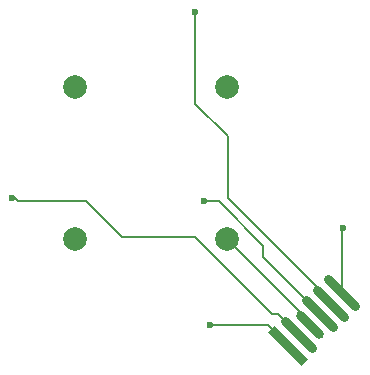
<source format=gbl>
%FSLAX44Y44*%
%MOMM*%
G71*
G01*
G75*
G04 Layer_Physical_Order=2*
G04 Layer_Color=16711680*
%ADD10C,2.0000*%
%ADD11C,0.6000*%
G04:AMPARAMS|DCode=12|XSize=0.8mm|YSize=4mm|CornerRadius=0mm|HoleSize=0mm|Usage=FLASHONLY|Rotation=45.000|XOffset=0mm|YOffset=0mm|HoleType=Round|Shape=Round|*
%AMOVALD12*
21,1,3.2000,0.8000,0.0000,0.0000,135.0*
1,1,0.8000,1.1314,-1.1314*
1,1,0.8000,-1.1314,1.1314*
%
%ADD12OVALD12*%

G04:AMPARAMS|DCode=13|XSize=0.8mm|YSize=3mm|CornerRadius=0mm|HoleSize=0mm|Usage=FLASHONLY|Rotation=45.000|XOffset=0mm|YOffset=0mm|HoleType=Round|Shape=Round|*
%AMOVALD13*
21,1,2.2000,0.8000,0.0000,0.0000,135.0*
1,1,0.8000,0.7778,-0.7778*
1,1,0.8000,-0.7778,0.7778*
%
%ADD13OVALD13*%

G04:AMPARAMS|DCode=14|XSize=0.8mm|YSize=4mm|CornerRadius=0mm|HoleSize=0mm|Usage=FLASHONLY|Rotation=45.000|XOffset=0mm|YOffset=0mm|HoleType=Round|Shape=Rectangle|*
%AMROTATEDRECTD14*
4,1,4,1.1314,-1.6971,-1.6971,1.1314,-1.1314,1.6971,1.6971,-1.1314,1.1314,-1.6971,0.0*
%
%ADD14ROTATEDRECTD14*%

%ADD15C,0.1500*%
%ADD16C,0.2000*%
D10*
X1064350Y935650D02*
D03*
X935653Y935653D02*
D03*
X1064347Y1064347D02*
D03*
X935653D02*
D03*
D11*
X882500Y970000D02*
D03*
X1050000Y862500D02*
D03*
X1037500Y1127500D02*
D03*
X1045000Y967500D02*
D03*
X1162500Y945000D02*
D03*
D12*
X1161191Y889941D02*
D03*
X1152210Y880960D02*
D03*
X1143230Y871980D02*
D03*
X1125270Y854020D02*
D03*
D13*
X1134250Y863000D02*
D03*
D14*
X1116289Y845039D02*
D03*
D15*
X1125270Y854020D02*
Y854730D01*
X1107500Y872500D02*
X1125270Y854730D01*
X1102500Y872500D02*
X1107500D01*
X1037500Y937500D02*
X1102500Y872500D01*
X975000Y937500D02*
X1037500D01*
X1098829Y862500D02*
X1116290Y845040D01*
X1050000Y862500D02*
X1098829D01*
X945000Y967500D02*
X975000Y937500D01*
X887500Y967500D02*
X945000D01*
X885000Y970000D02*
X887500Y967500D01*
X1065000Y970000D02*
Y1022500D01*
X1037500Y1050000D02*
X1065000Y1022500D01*
X1037500Y1050000D02*
Y1127500D01*
X1095000Y920211D02*
Y930000D01*
X1057500Y967500D02*
X1095000Y930000D01*
X1045000Y967500D02*
X1057500D01*
X1065000Y970000D02*
X1152210Y882790D01*
Y880960D02*
Y882790D01*
X1095000Y920211D02*
X1143230Y871980D01*
X1161191Y943691D02*
X1162500Y945000D01*
X1161191Y889941D02*
Y943691D01*
D16*
X1134250Y863000D02*
Y865750D01*
X1064350Y935650D02*
X1134250Y865750D01*
M02*

</source>
